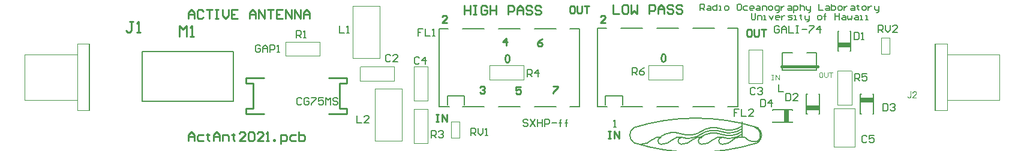
<source format=gto>
G04*
G04 #@! TF.GenerationSoftware,Altium Limited,Altium Designer,21.2.0 (30)*
G04*
G04 Layer_Color=65535*
%FSLAX44Y44*%
%MOMM*%
G71*
G04*
G04 #@! TF.SameCoordinates,58CED176-2650-464E-8F7A-AB9BE6AF2035*
G04*
G04*
G04 #@! TF.FilePolarity,Positive*
G04*
G01*
G75*
%ADD10C,0.1270*%
%ADD11C,0.2032*%
%ADD12C,0.1200*%
%ADD13C,0.1000*%
%ADD14C,0.2540*%
%ADD15C,0.4064*%
%ADD16C,0.2000*%
%ADD17C,0.1524*%
%ADD18R,1.8000X0.7000*%
%ADD19R,0.7000X1.8000*%
G36*
X590766Y140530D02*
X590915Y140512D01*
X591100Y140474D01*
X591285Y140437D01*
X591507Y140382D01*
X591748Y140308D01*
X591970Y140215D01*
X592211Y140123D01*
X592451Y139993D01*
X592692Y139826D01*
X592933Y139660D01*
X593155Y139456D01*
X593359Y139215D01*
X593377Y139197D01*
X593414Y139141D01*
X593470Y139049D01*
X593562Y138919D01*
X593655Y138734D01*
X593766Y138512D01*
X593877Y138271D01*
X593988Y137956D01*
X594099Y137623D01*
X594229Y137234D01*
X594322Y136808D01*
X594414Y136327D01*
X594507Y135808D01*
X594562Y135253D01*
X594599Y134642D01*
X594618Y133975D01*
Y133957D01*
Y133938D01*
Y133883D01*
Y133808D01*
Y133623D01*
X594599Y133383D01*
X594581Y133086D01*
X594544Y132734D01*
X594507Y132364D01*
X594470Y131957D01*
X594396Y131531D01*
X594303Y131087D01*
X594211Y130661D01*
X594081Y130235D01*
X593951Y129809D01*
X593766Y129420D01*
X593581Y129050D01*
X593359Y128735D01*
X593340Y128716D01*
X593303Y128679D01*
X593248Y128605D01*
X593174Y128531D01*
X593063Y128439D01*
X592933Y128328D01*
X592766Y128198D01*
X592600Y128087D01*
X592396Y127957D01*
X592192Y127828D01*
X591951Y127717D01*
X591692Y127624D01*
X591414Y127550D01*
X591100Y127476D01*
X590785Y127439D01*
X590452Y127420D01*
X590378D01*
X590266Y127439D01*
X590137D01*
X589989Y127457D01*
X589804Y127494D01*
X589600Y127531D01*
X589378Y127605D01*
X589137Y127679D01*
X588896Y127772D01*
X588637Y127883D01*
X588396Y128031D01*
X588137Y128179D01*
X587896Y128383D01*
X587656Y128587D01*
X587433Y128846D01*
X587415Y128864D01*
X587378Y128920D01*
X587322Y129013D01*
X587267Y129124D01*
X587174Y129290D01*
X587082Y129494D01*
X586970Y129753D01*
X586878Y130031D01*
X586767Y130364D01*
X586656Y130735D01*
X586563Y131161D01*
X586489Y131623D01*
X586415Y132142D01*
X586359Y132716D01*
X586322Y133327D01*
X586304Y133994D01*
Y134012D01*
Y134031D01*
Y134086D01*
Y134160D01*
Y134345D01*
X586322Y134586D01*
X586341Y134882D01*
X586378Y135234D01*
X586415Y135605D01*
X586452Y136012D01*
X586526Y136438D01*
X586600Y136864D01*
X586711Y137308D01*
X586822Y137734D01*
X586970Y138141D01*
X587137Y138530D01*
X587322Y138900D01*
X587545Y139215D01*
X587563Y139234D01*
X587600Y139271D01*
X587656Y139345D01*
X587748Y139419D01*
X587841Y139530D01*
X587970Y139641D01*
X588137Y139752D01*
X588304Y139882D01*
X588507Y140012D01*
X588711Y140123D01*
X588952Y140234D01*
X589211Y140345D01*
X589489Y140419D01*
X589804Y140493D01*
X590118Y140530D01*
X590452Y140548D01*
X590637D01*
X590766Y140530D01*
D02*
G37*
G36*
X811012Y141533D02*
X811160Y141514D01*
X811345Y141477D01*
X811530Y141440D01*
X811752Y141385D01*
X811993Y141311D01*
X812215Y141218D01*
X812456Y141126D01*
X812697Y140996D01*
X812937Y140829D01*
X813178Y140663D01*
X813400Y140459D01*
X813604Y140218D01*
X813623Y140200D01*
X813660Y140144D01*
X813715Y140052D01*
X813808Y139922D01*
X813900Y139737D01*
X814011Y139515D01*
X814122Y139274D01*
X814234Y138959D01*
X814345Y138626D01*
X814474Y138237D01*
X814567Y137811D01*
X814659Y137330D01*
X814752Y136811D01*
X814808Y136256D01*
X814845Y135645D01*
X814863Y134978D01*
Y134960D01*
Y134941D01*
Y134886D01*
Y134811D01*
Y134626D01*
X814845Y134386D01*
X814826Y134089D01*
X814789Y133737D01*
X814752Y133367D01*
X814715Y132960D01*
X814641Y132534D01*
X814548Y132090D01*
X814456Y131664D01*
X814326Y131238D01*
X814196Y130812D01*
X814011Y130423D01*
X813826Y130053D01*
X813604Y129738D01*
X813586Y129719D01*
X813548Y129682D01*
X813493Y129608D01*
X813419Y129534D01*
X813308Y129442D01*
X813178Y129331D01*
X813011Y129201D01*
X812845Y129090D01*
X812641Y128960D01*
X812437Y128831D01*
X812197Y128720D01*
X811937Y128627D01*
X811660Y128553D01*
X811345Y128479D01*
X811030Y128442D01*
X810697Y128423D01*
X810623D01*
X810512Y128442D01*
X810382D01*
X810234Y128460D01*
X810049Y128497D01*
X809845Y128534D01*
X809623Y128608D01*
X809382Y128682D01*
X809141Y128775D01*
X808882Y128886D01*
X808642Y129034D01*
X808382Y129182D01*
X808142Y129386D01*
X807901Y129590D01*
X807679Y129849D01*
X807660Y129867D01*
X807623Y129923D01*
X807568Y130016D01*
X807512Y130127D01*
X807419Y130293D01*
X807327Y130497D01*
X807216Y130756D01*
X807123Y131034D01*
X807012Y131367D01*
X806901Y131738D01*
X806808Y132164D01*
X806734Y132626D01*
X806660Y133145D01*
X806605Y133719D01*
X806568Y134330D01*
X806549Y134997D01*
Y135015D01*
Y135034D01*
Y135089D01*
Y135163D01*
Y135348D01*
X806568Y135589D01*
X806586Y135885D01*
X806623Y136237D01*
X806660Y136608D01*
X806697Y137015D01*
X806771Y137441D01*
X806845Y137867D01*
X806956Y138311D01*
X807068Y138737D01*
X807216Y139144D01*
X807382Y139533D01*
X807568Y139903D01*
X807790Y140218D01*
X807808Y140237D01*
X807845Y140274D01*
X807901Y140348D01*
X807993Y140422D01*
X808086Y140533D01*
X808216Y140644D01*
X808382Y140755D01*
X808549Y140885D01*
X808753Y141014D01*
X808956Y141126D01*
X809197Y141237D01*
X809456Y141348D01*
X809734Y141422D01*
X810049Y141496D01*
X810364Y141533D01*
X810697Y141552D01*
X810882D01*
X811012Y141533D01*
D02*
G37*
G36*
X1160214Y81287D02*
Y81273D01*
Y81231D01*
Y81174D01*
Y81090D01*
X1160200Y80977D01*
Y80864D01*
X1160172Y80597D01*
X1160144Y80286D01*
X1160088Y79962D01*
X1160003Y79666D01*
X1159904Y79384D01*
Y79370D01*
X1159890Y79356D01*
X1159848Y79271D01*
X1159777Y79159D01*
X1159679Y79004D01*
X1159538Y78849D01*
X1159383Y78679D01*
X1159185Y78510D01*
X1158960Y78369D01*
X1158932Y78355D01*
X1158847Y78313D01*
X1158720Y78256D01*
X1158537Y78200D01*
X1158311Y78130D01*
X1158057Y78073D01*
X1157776Y78031D01*
X1157465Y78017D01*
X1157339D01*
X1157254Y78031D01*
X1157141Y78045D01*
X1157028Y78059D01*
X1156732Y78115D01*
X1156422Y78200D01*
X1156098Y78327D01*
X1155929Y78411D01*
X1155774Y78510D01*
X1155633Y78623D01*
X1155492Y78750D01*
X1155478Y78764D01*
X1155464Y78778D01*
X1155435Y78834D01*
X1155393Y78891D01*
X1155337Y78961D01*
X1155280Y79060D01*
X1155224Y79173D01*
X1155154Y79300D01*
X1155097Y79440D01*
X1155041Y79610D01*
X1154984Y79779D01*
X1154928Y79976D01*
X1154900Y80188D01*
X1154857Y80427D01*
X1154843Y80667D01*
Y80935D01*
X1156013Y81104D01*
Y81090D01*
Y81062D01*
Y81005D01*
X1156028Y80921D01*
X1156042Y80836D01*
Y80737D01*
X1156084Y80498D01*
X1156126Y80244D01*
X1156211Y79990D01*
X1156295Y79765D01*
X1156352Y79666D01*
X1156422Y79581D01*
X1156436Y79567D01*
X1156493Y79525D01*
X1156577Y79455D01*
X1156690Y79384D01*
X1156845Y79300D01*
X1157014Y79243D01*
X1157226Y79187D01*
X1157451Y79173D01*
X1157536D01*
X1157620Y79187D01*
X1157747Y79201D01*
X1157874Y79229D01*
X1158015Y79257D01*
X1158156Y79314D01*
X1158297Y79384D01*
X1158311Y79398D01*
X1158354Y79426D01*
X1158410Y79483D01*
X1158494Y79539D01*
X1158565Y79638D01*
X1158650Y79737D01*
X1158720Y79849D01*
X1158776Y79990D01*
Y80004D01*
X1158805Y80061D01*
X1158819Y80160D01*
X1158847Y80286D01*
X1158875Y80456D01*
X1158889Y80667D01*
X1158917Y80921D01*
Y81217D01*
Y87941D01*
X1160214D01*
Y81287D01*
D02*
G37*
G36*
X1165303Y87969D02*
X1165416Y87955D01*
X1165557Y87941D01*
X1165712Y87913D01*
X1165867Y87885D01*
X1166234Y87786D01*
X1166600Y87645D01*
X1166784Y87560D01*
X1166967Y87462D01*
X1167136Y87335D01*
X1167291Y87194D01*
X1167305Y87180D01*
X1167333Y87166D01*
X1167362Y87109D01*
X1167418Y87053D01*
X1167488Y86982D01*
X1167559Y86884D01*
X1167629Y86785D01*
X1167714Y86658D01*
X1167855Y86390D01*
X1167996Y86052D01*
X1168052Y85883D01*
X1168081Y85686D01*
X1168109Y85488D01*
X1168123Y85277D01*
Y85248D01*
Y85178D01*
X1168109Y85065D01*
X1168095Y84910D01*
X1168066Y84741D01*
X1168010Y84544D01*
X1167954Y84332D01*
X1167869Y84121D01*
X1167855Y84093D01*
X1167827Y84022D01*
X1167770Y83909D01*
X1167686Y83754D01*
X1167573Y83585D01*
X1167432Y83374D01*
X1167263Y83162D01*
X1167066Y82922D01*
X1167037Y82894D01*
X1166967Y82810D01*
X1166896Y82739D01*
X1166826Y82669D01*
X1166741Y82584D01*
X1166628Y82471D01*
X1166516Y82359D01*
X1166375Y82232D01*
X1166234Y82091D01*
X1166065Y81936D01*
X1165881Y81781D01*
X1165684Y81597D01*
X1165458Y81414D01*
X1165233Y81217D01*
X1165219Y81203D01*
X1165191Y81174D01*
X1165134Y81132D01*
X1165064Y81076D01*
X1164979Y80991D01*
X1164880Y80907D01*
X1164655Y80723D01*
X1164415Y80512D01*
X1164190Y80300D01*
X1163992Y80117D01*
X1163908Y80047D01*
X1163837Y79976D01*
X1163823Y79962D01*
X1163781Y79920D01*
X1163725Y79863D01*
X1163654Y79779D01*
X1163584Y79680D01*
X1163499Y79581D01*
X1163330Y79342D01*
X1168137D01*
Y78186D01*
X1161666D01*
Y78200D01*
Y78256D01*
Y78341D01*
X1161680Y78454D01*
X1161694Y78581D01*
X1161723Y78722D01*
X1161751Y78863D01*
X1161807Y79018D01*
Y79032D01*
X1161821Y79046D01*
X1161850Y79130D01*
X1161906Y79257D01*
X1161991Y79426D01*
X1162103Y79624D01*
X1162244Y79849D01*
X1162399Y80075D01*
X1162597Y80315D01*
Y80329D01*
X1162625Y80343D01*
X1162695Y80427D01*
X1162822Y80554D01*
X1163006Y80737D01*
X1163217Y80949D01*
X1163485Y81203D01*
X1163809Y81485D01*
X1164162Y81781D01*
X1164176Y81795D01*
X1164232Y81837D01*
X1164317Y81908D01*
X1164415Y81992D01*
X1164542Y82105D01*
X1164697Y82232D01*
X1164852Y82373D01*
X1165035Y82528D01*
X1165388Y82866D01*
X1165740Y83204D01*
X1165910Y83374D01*
X1166065Y83543D01*
X1166206Y83698D01*
X1166318Y83853D01*
Y83867D01*
X1166347Y83881D01*
X1166375Y83923D01*
X1166403Y83980D01*
X1166502Y84135D01*
X1166614Y84318D01*
X1166713Y84544D01*
X1166812Y84783D01*
X1166868Y85051D01*
X1166896Y85305D01*
Y85319D01*
Y85333D01*
X1166882Y85418D01*
X1166868Y85559D01*
X1166826Y85714D01*
X1166769Y85911D01*
X1166671Y86108D01*
X1166544Y86306D01*
X1166375Y86503D01*
X1166347Y86531D01*
X1166276Y86588D01*
X1166177Y86658D01*
X1166022Y86757D01*
X1165825Y86841D01*
X1165599Y86926D01*
X1165332Y86982D01*
X1165035Y86996D01*
X1164951D01*
X1164894Y86982D01*
X1164725Y86968D01*
X1164528Y86926D01*
X1164317Y86870D01*
X1164077Y86771D01*
X1163851Y86644D01*
X1163640Y86475D01*
X1163612Y86447D01*
X1163555Y86376D01*
X1163471Y86264D01*
X1163386Y86094D01*
X1163288Y85897D01*
X1163203Y85643D01*
X1163147Y85361D01*
X1163118Y85037D01*
X1161892Y85164D01*
Y85178D01*
X1161906Y85220D01*
Y85291D01*
X1161920Y85389D01*
X1161948Y85502D01*
X1161976Y85629D01*
X1162019Y85784D01*
X1162061Y85939D01*
X1162174Y86278D01*
X1162343Y86616D01*
X1162442Y86785D01*
X1162569Y86954D01*
X1162695Y87109D01*
X1162836Y87250D01*
X1162850Y87264D01*
X1162879Y87278D01*
X1162921Y87321D01*
X1162991Y87363D01*
X1163076Y87419D01*
X1163175Y87476D01*
X1163288Y87546D01*
X1163428Y87617D01*
X1163584Y87687D01*
X1163753Y87758D01*
X1163936Y87814D01*
X1164133Y87871D01*
X1164345Y87913D01*
X1164570Y87955D01*
X1164810Y87969D01*
X1165064Y87983D01*
X1165205D01*
X1165303Y87969D01*
D02*
G37*
%LPC*%
G36*
X590452Y138512D02*
X590378D01*
X590285Y138493D01*
X590192Y138475D01*
X590063Y138438D01*
X589933Y138382D01*
X589785Y138308D01*
X589655Y138215D01*
X589637Y138197D01*
X589600Y138160D01*
X589544Y138086D01*
X589470Y137993D01*
X589378Y137845D01*
X589304Y137678D01*
X589211Y137456D01*
X589137Y137197D01*
Y137178D01*
X589118Y137160D01*
Y137086D01*
X589100Y137012D01*
X589081Y136901D01*
X589063Y136771D01*
X589044Y136623D01*
X589026Y136438D01*
X588989Y136216D01*
X588970Y135993D01*
X588952Y135716D01*
X588933Y135438D01*
X588915Y135105D01*
Y134771D01*
X588896Y134382D01*
Y133975D01*
Y133957D01*
Y133883D01*
Y133753D01*
Y133605D01*
Y133420D01*
X588915Y133216D01*
Y132975D01*
X588933Y132734D01*
X588952Y132216D01*
X588989Y131698D01*
X589007Y131457D01*
X589044Y131235D01*
X589081Y131031D01*
X589118Y130846D01*
X589137Y130809D01*
X589156Y130716D01*
X589211Y130568D01*
X589267Y130401D01*
X589359Y130216D01*
X589452Y130031D01*
X589563Y129864D01*
X589674Y129735D01*
X589692Y129716D01*
X589729Y129698D01*
X589804Y129642D01*
X589896Y129605D01*
X590007Y129550D01*
X590137Y129494D01*
X590285Y129476D01*
X590452Y129457D01*
X590526D01*
X590618Y129476D01*
X590711Y129494D01*
X590840Y129531D01*
X590970Y129568D01*
X591100Y129642D01*
X591229Y129735D01*
X591248Y129753D01*
X591285Y129790D01*
X591359Y129864D01*
X591433Y129976D01*
X591507Y130105D01*
X591600Y130290D01*
X591692Y130494D01*
X591766Y130753D01*
Y130772D01*
X591785Y130790D01*
Y130864D01*
X591803Y130938D01*
X591822Y131049D01*
X591840Y131179D01*
X591877Y131327D01*
X591896Y131512D01*
X591914Y131716D01*
X591951Y131957D01*
X591970Y132216D01*
X591988Y132512D01*
X592007Y132827D01*
Y133179D01*
X592026Y133568D01*
Y133975D01*
Y133994D01*
Y134068D01*
Y134197D01*
Y134345D01*
Y134531D01*
X592007Y134734D01*
Y134975D01*
X591988Y135216D01*
X591970Y135734D01*
X591933Y136234D01*
X591896Y136475D01*
X591859Y136716D01*
X591822Y136919D01*
X591785Y137086D01*
Y137104D01*
X591766Y137123D01*
X591748Y137215D01*
X591692Y137364D01*
X591637Y137549D01*
X591544Y137734D01*
X591451Y137919D01*
X591340Y138086D01*
X591229Y138215D01*
X591211Y138234D01*
X591174Y138271D01*
X591100Y138308D01*
X591007Y138364D01*
X590896Y138419D01*
X590766Y138475D01*
X590618Y138493D01*
X590452Y138512D01*
D02*
G37*
G36*
X810697Y139515D02*
X810623D01*
X810530Y139496D01*
X810438Y139478D01*
X810308Y139441D01*
X810178Y139385D01*
X810030Y139311D01*
X809901Y139218D01*
X809882Y139200D01*
X809845Y139163D01*
X809790Y139089D01*
X809715Y138996D01*
X809623Y138848D01*
X809549Y138681D01*
X809456Y138459D01*
X809382Y138200D01*
Y138181D01*
X809364Y138163D01*
Y138089D01*
X809345Y138015D01*
X809327Y137904D01*
X809308Y137774D01*
X809290Y137626D01*
X809271Y137441D01*
X809234Y137219D01*
X809216Y136996D01*
X809197Y136719D01*
X809178Y136441D01*
X809160Y136108D01*
Y135774D01*
X809141Y135386D01*
Y134978D01*
Y134960D01*
Y134886D01*
Y134756D01*
Y134608D01*
Y134423D01*
X809160Y134219D01*
Y133978D01*
X809178Y133737D01*
X809197Y133219D01*
X809234Y132701D01*
X809253Y132460D01*
X809290Y132238D01*
X809327Y132034D01*
X809364Y131849D01*
X809382Y131812D01*
X809401Y131719D01*
X809456Y131571D01*
X809512Y131404D01*
X809604Y131219D01*
X809697Y131034D01*
X809808Y130867D01*
X809919Y130738D01*
X809938Y130719D01*
X809975Y130701D01*
X810049Y130645D01*
X810141Y130608D01*
X810253Y130553D01*
X810382Y130497D01*
X810530Y130479D01*
X810697Y130460D01*
X810771D01*
X810863Y130479D01*
X810956Y130497D01*
X811086Y130534D01*
X811215Y130571D01*
X811345Y130645D01*
X811475Y130738D01*
X811493Y130756D01*
X811530Y130793D01*
X811604Y130867D01*
X811678Y130978D01*
X811752Y131108D01*
X811845Y131293D01*
X811937Y131497D01*
X812012Y131756D01*
Y131775D01*
X812030Y131793D01*
Y131867D01*
X812049Y131941D01*
X812067Y132052D01*
X812086Y132182D01*
X812123Y132330D01*
X812141Y132515D01*
X812160Y132719D01*
X812197Y132960D01*
X812215Y133219D01*
X812234Y133515D01*
X812252Y133830D01*
Y134182D01*
X812271Y134571D01*
Y134978D01*
Y134997D01*
Y135071D01*
Y135200D01*
Y135348D01*
Y135534D01*
X812252Y135737D01*
Y135978D01*
X812234Y136219D01*
X812215Y136737D01*
X812178Y137237D01*
X812141Y137478D01*
X812104Y137718D01*
X812067Y137922D01*
X812030Y138089D01*
Y138107D01*
X812012Y138126D01*
X811993Y138218D01*
X811937Y138367D01*
X811882Y138552D01*
X811789Y138737D01*
X811697Y138922D01*
X811586Y139089D01*
X811475Y139218D01*
X811456Y139237D01*
X811419Y139274D01*
X811345Y139311D01*
X811252Y139367D01*
X811141Y139422D01*
X811012Y139478D01*
X810863Y139496D01*
X810697Y139515D01*
D02*
G37*
%LPD*%
D10*
X917722Y23231D02*
G03*
X908544Y19430I0J-12979D01*
G01*
X925917Y22755D02*
G03*
X945930Y18501I12633J10230D01*
G01*
X834350Y23482D02*
G03*
X863860Y27629I10855J29823D01*
G01*
X892255Y34868D02*
G03*
X862745Y30721I-10855J-29823D01*
G01*
X892255Y31058D02*
G03*
X862745Y26911I-10855J-29823D01*
G01*
X892255Y27248D02*
G03*
X862745Y23101I-10855J-29823D01*
G01*
X892135Y23482D02*
G03*
X921645Y27629I10855J29823D01*
G01*
X892135Y34912D02*
G03*
X921645Y39059I10855J29823D01*
G01*
X892135Y31102D02*
G03*
X921645Y35249I10855J29823D01*
G01*
X892135Y27292D02*
G03*
X921645Y31439I10855J29823D01*
G01*
X942921Y16525D02*
G03*
X939016Y37595I-7673J9475D01*
G01*
X893473Y13125D02*
G03*
X909230Y19653I373J21384D01*
G01*
X893338Y22698D02*
G03*
X893338Y13046I0J-4826D01*
G01*
X835934Y22698D02*
G03*
X835934Y13046I0J-4826D01*
G01*
X836069Y13252D02*
G03*
X851826Y19779I373J21384D01*
G01*
X835737Y22789D02*
G03*
X823200Y19430I-3359J-12537D01*
G01*
X807367Y13125D02*
G03*
X823124Y19653I373J21384D01*
G01*
X807486Y22698D02*
G03*
X807486Y13046I0J-4826D01*
G01*
X807162Y22789D02*
G03*
X794625Y19430I-3359J-12537D01*
G01*
X778792Y13125D02*
G03*
X794549Y19653I373J21384D01*
G01*
X864312Y22789D02*
G03*
X851775Y19430I-3359J-12537D01*
G01*
X864509Y22698D02*
G03*
X864509Y13046I0J-4826D01*
G01*
X864517Y13125D02*
G03*
X880274Y19653I373J21384D01*
G01*
X892887Y22789D02*
G03*
X880350Y19430I-3359J-12537D01*
G01*
X835493Y27927D02*
G03*
X865003Y32074I10855J29823D01*
G01*
X835613Y27883D02*
G03*
X806103Y23736I-10855J-29823D01*
G01*
X1012400Y55850D02*
X1013400D01*
X1012400Y83850D02*
X1013400D01*
X1029400Y55850D02*
X1030400D01*
X1029400Y83850D02*
X1030400D01*
Y55850D02*
Y83850D01*
X1012400Y55850D02*
Y83850D01*
X978220Y134620D02*
Y142240D01*
X1026480Y134620D02*
Y142240D01*
X1012510D02*
X1026480D01*
X978220D02*
X992190D01*
X1056850Y144750D02*
X1057850D01*
X1056850Y172750D02*
X1057850D01*
X1073850Y144750D02*
X1074850D01*
X1073850Y172750D02*
X1074850D01*
Y144750D02*
Y172750D01*
X1056850Y144750D02*
Y172750D01*
X992220Y44340D02*
Y45340D01*
X964220Y44340D02*
Y45340D01*
X992220Y61340D02*
Y62340D01*
X964220Y61340D02*
Y62340D01*
X992220D01*
X964220Y44340D02*
X992220D01*
X1105600Y83850D02*
X1106600D01*
X1105600Y55850D02*
X1106600D01*
X1088600Y83850D02*
X1089600D01*
X1088600Y55850D02*
X1089600D01*
X1088600D02*
Y83850D01*
X1106600Y55850D02*
Y83850D01*
X921278Y22825D02*
Y45558D01*
X917595Y22825D02*
X925850D01*
D11*
X769030Y15178D02*
G03*
X942970Y15178I86970J277522D01*
G01*
X768452Y36403D02*
G03*
X768452Y15597I7284J-10403D01*
G01*
X943548D02*
G03*
X943548Y36403I-7284J10403D01*
G01*
X942970Y36822D02*
G03*
X769030Y36822I-86970J-277522D01*
G01*
X1193800Y60960D02*
Y154940D01*
X1026480Y118110D02*
Y142240D01*
X978220Y118110D02*
Y142240D01*
Y118110D02*
X1026480D01*
X505620Y68580D02*
Y81280D01*
X494190Y66040D02*
Y176530D01*
X692310Y66040D02*
Y176530D01*
X529750Y68580D02*
Y81280D01*
X505620D02*
X529750D01*
X494190Y66040D02*
X508160D01*
X494190Y176530D02*
X506890D01*
X678340Y66040D02*
X692310D01*
X678340Y176530D02*
X692310D01*
X628810Y66040D02*
X659290D01*
X578010D02*
X608490D01*
X527210D02*
X557690D01*
X628810Y176530D02*
X659290D01*
X578010D02*
X608490D01*
X527210D02*
X557690D01*
X752900Y69000D02*
Y81700D01*
X915460Y66460D02*
Y176950D01*
X717340Y66460D02*
Y176950D01*
X728770Y69000D02*
Y81700D01*
X750360Y176950D02*
X780840D01*
X801160D02*
X831640D01*
X851960D02*
X882440D01*
X750360Y66460D02*
X780840D01*
X801160D02*
X831640D01*
X851960D02*
X882440D01*
X901490Y176950D02*
X915460D01*
X901490Y66460D02*
X915460D01*
X717340Y176950D02*
X730040D01*
X717340Y66460D02*
X731310D01*
X728770Y81700D02*
X752900D01*
X0Y60960D02*
Y154940D01*
D12*
X565200Y104300D02*
Y124300D01*
Y104300D02*
X612700D01*
X613200Y104800D01*
Y123800D01*
Y124300D01*
X565200D02*
X613200D01*
X277000Y138000D02*
Y158000D01*
Y138000D02*
X324500D01*
X325000Y138500D01*
Y157500D01*
Y158000D01*
X277000D02*
X325000D01*
X523000Y22500D02*
Y45500D01*
X511000Y22500D02*
X523000D01*
X511000D02*
Y45500D01*
X512500D01*
X523000D01*
X372002Y134790D02*
X409747D01*
Y208956D01*
X372002D02*
X409747D01*
X372002Y138852D02*
Y208956D01*
Y134790D02*
Y138852D01*
X1080850Y9340D02*
Y63340D01*
X1050850Y9340D02*
X1080850D01*
X1050850D02*
Y63340D01*
X1080850D01*
X382000Y103000D02*
X430000D01*
X382000D02*
Y103500D01*
Y122500D01*
X382500Y123000D01*
X430000D01*
Y103000D02*
Y123000D01*
X1117950Y140900D02*
Y163900D01*
X1129950D01*
Y140900D02*
Y163900D01*
X1128450Y140900D02*
X1129950D01*
X1117950D02*
X1128450D01*
X1056000Y69000D02*
X1076000D01*
Y116500D01*
X1075500Y117000D02*
X1076000Y116500D01*
X1056500Y117000D02*
X1075500D01*
X1056000D02*
X1056500D01*
X1056000Y69000D02*
Y117000D01*
X930337Y98950D02*
Y146950D01*
X930837D01*
X949837D01*
X950337Y146450D01*
Y98950D02*
Y146450D01*
X930337Y98950D02*
X950337D01*
X789200Y124300D02*
X837200D01*
Y123800D02*
Y124300D01*
Y104800D02*
Y123800D01*
X836700Y104300D02*
X837200Y104800D01*
X789200Y104300D02*
X836700D01*
X789200D02*
Y124300D01*
X458000Y63000D02*
X478000D01*
X458000Y15500D02*
Y63000D01*
Y15500D02*
X458500Y15000D01*
X477500D01*
X478000D01*
Y63000D01*
Y75000D02*
Y123000D01*
X477500Y75000D02*
X478000D01*
X458500D02*
X477500D01*
X458000Y75500D02*
X458500Y75000D01*
X458000Y75500D02*
Y123000D01*
X478000D01*
X440998Y87848D02*
Y91910D01*
Y17744D02*
Y87848D01*
X403253Y17744D02*
X440998D01*
X403253D02*
Y91910D01*
X440998D01*
X963000Y110998D02*
X965333D01*
X964166D01*
Y104000D01*
X963000D01*
X965333D01*
X968831D02*
Y110998D01*
X973497Y104000D01*
Y110998D01*
X1034061Y114948D02*
X1031729D01*
X1030563Y113781D01*
Y109116D01*
X1031729Y107950D01*
X1034061D01*
X1035228Y109116D01*
Y113781D01*
X1034061Y114948D01*
X1037560D02*
Y109116D01*
X1038727Y107950D01*
X1041059D01*
X1042225Y109116D01*
Y114948D01*
X1044558D02*
X1049223D01*
X1046891D01*
Y107950D01*
D13*
X1210800Y75950D02*
X1284800D01*
Y139950D01*
X1210800D02*
X1284800D01*
X1193800Y154940D02*
X1210790D01*
Y60960D02*
Y154940D01*
X1193800Y60960D02*
X1210790D01*
X-16990Y154940D02*
X0D01*
X-16990Y60960D02*
Y154940D01*
Y60960D02*
X0D01*
X-91000Y75950D02*
X-17000D01*
X-91000D02*
Y139950D01*
X-17000D01*
D14*
X221630Y99654D02*
X231790D01*
X221630Y107274D02*
X247030D01*
X221630Y64094D02*
X231790D01*
X221630Y56474D02*
X247030D01*
X353710Y64094D02*
X363870D01*
X338470Y56474D02*
X363870D01*
X353710Y99654D02*
X363870D01*
X338470Y107274D02*
X363870D01*
X231790Y64094D02*
Y99654D01*
X221630D02*
Y107274D01*
Y56474D02*
Y64094D01*
X353710D02*
Y99654D01*
X363870Y56474D02*
Y64094D01*
Y99654D02*
Y107274D01*
X683678Y208739D02*
X680293D01*
X678600Y207046D01*
Y200275D01*
X680293Y198582D01*
X683678D01*
X685371Y200275D01*
Y207046D01*
X683678Y208739D01*
X688756D02*
Y200275D01*
X690449Y198582D01*
X693835D01*
X695528Y200275D01*
Y208739D01*
X698913D02*
X705684D01*
X702299D01*
Y198582D01*
X489540Y55697D02*
X492926D01*
X491233D01*
Y45540D01*
X489540D01*
X492926D01*
X498004D02*
Y55697D01*
X504775Y45540D01*
Y55697D01*
X654600Y95135D02*
X661371D01*
Y93442D01*
X654600Y86671D01*
Y84978D01*
X608911Y93977D02*
X602140D01*
Y88898D01*
X605526Y90591D01*
X607218D01*
X608911Y88898D01*
Y85513D01*
X607218Y83820D01*
X603833D01*
X602140Y85513D01*
X551340Y93554D02*
X553033Y95247D01*
X556418D01*
X558111Y93554D01*
Y91861D01*
X556418Y90168D01*
X554726D01*
X556418D01*
X558111Y88476D01*
Y86783D01*
X556418Y85090D01*
X553033D01*
X551340Y86783D01*
X639391Y162299D02*
X636005Y160606D01*
X632620Y157221D01*
Y153835D01*
X634312Y152142D01*
X637698D01*
X639391Y153835D01*
Y155528D01*
X637698Y157221D01*
X632620D01*
X588241Y152447D02*
Y162604D01*
X583162Y157526D01*
X589934D01*
X504854Y185253D02*
X498083D01*
X504854Y192024D01*
Y193717D01*
X503161Y195410D01*
X499775D01*
X498083Y193717D01*
X126843Y165382D02*
Y180618D01*
X131922Y175539D01*
X137000Y180618D01*
Y165382D01*
X142078D02*
X147157D01*
X144618D01*
Y180618D01*
X142078Y178078D01*
X728615Y184500D02*
X721844D01*
X728615Y191271D01*
Y192964D01*
X726922Y194657D01*
X723537D01*
X721844Y192964D01*
X732540Y31697D02*
X735926D01*
X734233D01*
Y21540D01*
X732540D01*
X735926D01*
X741004D02*
Y31697D01*
X747775Y21540D01*
Y31697D01*
X933618Y175697D02*
X930233D01*
X928540Y174004D01*
Y167233D01*
X930233Y165540D01*
X933618D01*
X935311Y167233D01*
Y174004D01*
X933618Y175697D01*
X938697D02*
Y167233D01*
X940389Y165540D01*
X943775D01*
X945468Y167233D01*
Y175697D01*
X948853D02*
X955625D01*
X952239D01*
Y165540D01*
X62000Y186618D02*
X56922D01*
X59461D01*
Y173922D01*
X56922Y171383D01*
X54383D01*
X51843Y173922D01*
X67078Y171383D02*
X72157D01*
X69618D01*
Y186618D01*
X67078Y184078D01*
X139540Y17772D02*
Y26236D01*
X143772Y30468D01*
X148004Y26236D01*
Y17772D01*
Y24120D01*
X139540D01*
X160700Y26236D02*
X154352D01*
X152236Y24120D01*
Y19888D01*
X154352Y17772D01*
X160700D01*
X167048Y28352D02*
Y26236D01*
X164932D01*
X169164D01*
X167048D01*
Y19888D01*
X169164Y17772D01*
X175512D02*
Y26236D01*
X179744Y30468D01*
X183976Y26236D01*
Y17772D01*
Y24120D01*
X175512D01*
X188208Y17772D02*
Y26236D01*
X194555D01*
X196672Y24120D01*
Y17772D01*
X203019Y28352D02*
Y26236D01*
X200903D01*
X205135D01*
X203019D01*
Y19888D01*
X205135Y17772D01*
X219947D02*
X211483D01*
X219947Y26236D01*
Y28352D01*
X217831Y30468D01*
X213599D01*
X211483Y28352D01*
X224179D02*
X226295Y30468D01*
X230527D01*
X232643Y28352D01*
Y19888D01*
X230527Y17772D01*
X226295D01*
X224179Y19888D01*
Y28352D01*
X245339Y17772D02*
X236875D01*
X245339Y26236D01*
Y28352D01*
X243223Y30468D01*
X238991D01*
X236875Y28352D01*
X249571Y17772D02*
X253803D01*
X251687D01*
Y30468D01*
X249571Y28352D01*
X260151Y17772D02*
Y19888D01*
X262267D01*
Y17772D01*
X260151D01*
X270731Y13540D02*
Y26236D01*
X277079D01*
X279195Y24120D01*
Y19888D01*
X277079Y17772D01*
X270731D01*
X291891Y26236D02*
X285543D01*
X283427Y24120D01*
Y19888D01*
X285543Y17772D01*
X291891D01*
X296123Y30468D02*
Y17772D01*
X302471D01*
X304587Y19888D01*
Y22004D01*
Y24120D01*
X302471Y26236D01*
X296123D01*
X139700Y190500D02*
Y198964D01*
X143932Y203196D01*
X148164Y198964D01*
Y190500D01*
Y196848D01*
X139700D01*
X160860Y201080D02*
X158744Y203196D01*
X154512D01*
X152396Y201080D01*
Y192616D01*
X154512Y190500D01*
X158744D01*
X160860Y192616D01*
X165092Y203196D02*
X173556D01*
X169324D01*
Y190500D01*
X177788Y203196D02*
X182020D01*
X179904D01*
Y190500D01*
X177788D01*
X182020D01*
X188368Y203196D02*
Y194732D01*
X192600Y190500D01*
X196831Y194732D01*
Y203196D01*
X209527D02*
X201063D01*
Y190500D01*
X209527D01*
X201063Y196848D02*
X205295D01*
X226455Y190500D02*
Y198964D01*
X230687Y203196D01*
X234919Y198964D01*
Y190500D01*
Y196848D01*
X226455D01*
X239151Y190500D02*
Y203196D01*
X247615Y190500D01*
Y203196D01*
X251847D02*
X260311D01*
X256079D01*
Y190500D01*
X273007Y203196D02*
X264543D01*
Y190500D01*
X273007D01*
X264543Y196848D02*
X268775D01*
X277239Y190500D02*
Y203196D01*
X285703Y190500D01*
Y203196D01*
X289935Y190500D02*
Y203196D01*
X298399Y190500D01*
Y203196D01*
X302631Y190500D02*
Y198964D01*
X306863Y203196D01*
X311094Y198964D01*
Y190500D01*
Y196848D01*
X302631D01*
X529540Y209236D02*
Y196540D01*
Y202888D01*
X538004D01*
Y209236D01*
Y196540D01*
X542236Y209236D02*
X546468D01*
X544352D01*
Y196540D01*
X542236D01*
X546468D01*
X561280Y207120D02*
X559164Y209236D01*
X554932D01*
X552816Y207120D01*
Y198656D01*
X554932Y196540D01*
X559164D01*
X561280Y198656D01*
Y202888D01*
X557048D01*
X565512Y209236D02*
Y196540D01*
Y202888D01*
X573976D01*
Y209236D01*
Y196540D01*
X590903D02*
Y209236D01*
X597251D01*
X599367Y207120D01*
Y202888D01*
X597251Y200772D01*
X590903D01*
X603599Y196540D02*
Y205004D01*
X607831Y209236D01*
X612063Y205004D01*
Y196540D01*
Y202888D01*
X603599D01*
X624759Y207120D02*
X622643Y209236D01*
X618411D01*
X616295Y207120D01*
Y205004D01*
X618411Y202888D01*
X622643D01*
X624759Y200772D01*
Y198656D01*
X622643Y196540D01*
X618411D01*
X616295Y198656D01*
X637455Y207120D02*
X635339Y209236D01*
X631107D01*
X628991Y207120D01*
Y205004D01*
X631107Y202888D01*
X635339D01*
X637455Y200772D01*
Y198656D01*
X635339Y196540D01*
X631107D01*
X628991Y198656D01*
X739443Y210270D02*
Y197574D01*
X747907D01*
X758487Y210270D02*
X754255D01*
X752139Y208154D01*
Y199690D01*
X754255Y197574D01*
X758487D01*
X760603Y199690D01*
Y208154D01*
X758487Y210270D01*
X764835D02*
Y197574D01*
X769066Y201806D01*
X773298Y197574D01*
Y210270D01*
X790226Y197574D02*
Y210270D01*
X796574D01*
X798690Y208154D01*
Y203922D01*
X796574Y201806D01*
X790226D01*
X802922Y197574D02*
Y206038D01*
X807154Y210270D01*
X811386Y206038D01*
Y197574D01*
Y203922D01*
X802922D01*
X824082Y208154D02*
X821966Y210270D01*
X817734D01*
X815618Y208154D01*
Y206038D01*
X817734Y203922D01*
X821966D01*
X824082Y201806D01*
Y199690D01*
X821966Y197574D01*
X817734D01*
X815618Y199690D01*
X836778Y208154D02*
X834662Y210270D01*
X830430D01*
X828314Y208154D01*
Y206038D01*
X830430Y203922D01*
X834662D01*
X836778Y201806D01*
Y199690D01*
X834662Y197574D01*
X830430D01*
X828314Y199690D01*
D15*
X976950Y123190D02*
X1027750D01*
D16*
X74600Y144000D02*
X203400D01*
Y74000D02*
Y144000D01*
X74600Y74000D02*
X203400D01*
X74600D02*
Y144000D01*
D17*
X618524Y108524D02*
Y118681D01*
X623602D01*
X625295Y116988D01*
Y113602D01*
X623602Y111910D01*
X618524D01*
X621910D02*
X625295Y108524D01*
X633759D02*
Y118681D01*
X628681Y113602D01*
X635452D01*
X983524Y84681D02*
Y74524D01*
X988602D01*
X990295Y76217D01*
Y82988D01*
X988602Y84681D01*
X983524D01*
X1000452Y74524D02*
X993681D01*
X1000452Y81295D01*
Y82988D01*
X998759Y84681D01*
X995374D01*
X993681Y82988D01*
X300295Y76988D02*
X298602Y78681D01*
X295217D01*
X293524Y76988D01*
Y70217D01*
X295217Y68524D01*
X298602D01*
X300295Y70217D01*
X310452Y76988D02*
X308759Y78681D01*
X305373D01*
X303681Y76988D01*
Y70217D01*
X305373Y68524D01*
X308759D01*
X310452Y70217D01*
Y73602D01*
X307066D01*
X313837Y78681D02*
X320609D01*
Y76988D01*
X313837Y70217D01*
Y68524D01*
X330765Y78681D02*
X323994D01*
Y73602D01*
X327380Y75295D01*
X329072D01*
X330765Y73602D01*
Y70217D01*
X329072Y68524D01*
X325687D01*
X323994Y70217D01*
X334151Y68524D02*
Y78681D01*
X337537Y75295D01*
X340922Y78681D01*
Y68524D01*
X351079Y76988D02*
X349386Y78681D01*
X346000D01*
X344308Y76988D01*
Y75295D01*
X346000Y73602D01*
X349386D01*
X351079Y71910D01*
Y70217D01*
X349386Y68524D01*
X346000D01*
X344308Y70217D01*
X241295Y151988D02*
X239602Y153681D01*
X236217D01*
X234524Y151988D01*
Y145217D01*
X236217Y143524D01*
X239602D01*
X241295Y145217D01*
Y148602D01*
X237910D01*
X244681Y143524D02*
Y150295D01*
X248066Y153681D01*
X251452Y150295D01*
Y143524D01*
Y148602D01*
X244681D01*
X254837Y143524D02*
Y153681D01*
X259916D01*
X261609Y151988D01*
Y148602D01*
X259916Y146910D01*
X254837D01*
X264994Y143524D02*
X268380D01*
X266687D01*
Y153681D01*
X264994Y151988D01*
X292524Y163524D02*
Y173681D01*
X297602D01*
X299295Y171988D01*
Y168602D01*
X297602Y166910D01*
X292524D01*
X295910D02*
X299295Y163524D01*
X302681D02*
X306066D01*
X304373D01*
Y173681D01*
X302681Y171988D01*
X538524Y25524D02*
Y35681D01*
X543602D01*
X545295Y33988D01*
Y30602D01*
X543602Y28910D01*
X538524D01*
X541910D02*
X545295Y25524D01*
X548681Y35681D02*
Y28910D01*
X552066Y25524D01*
X555452Y28910D01*
Y35681D01*
X558837Y25524D02*
X562223D01*
X560530D01*
Y35681D01*
X558837Y33988D01*
X353524Y180381D02*
Y170224D01*
X360295D01*
X363681D02*
X367066D01*
X365373D01*
Y180381D01*
X363681Y178688D01*
X973561Y178644D02*
X971868Y180337D01*
X968483D01*
X966790Y178644D01*
Y171873D01*
X968483Y170180D01*
X971868D01*
X973561Y171873D01*
Y175258D01*
X970176D01*
X976947Y170180D02*
Y176951D01*
X980332Y180337D01*
X983718Y176951D01*
Y170180D01*
Y175258D01*
X976947D01*
X987103Y180337D02*
Y170180D01*
X993875D01*
X997260Y180337D02*
X1000646D01*
X998953D01*
Y170180D01*
X997260D01*
X1000646D01*
X1005724Y175258D02*
X1012495D01*
X1015881Y180337D02*
X1022652D01*
Y178644D01*
X1015881Y171873D01*
Y170180D01*
X1031116D02*
Y180337D01*
X1026038Y175258D01*
X1032809D01*
X973140Y97787D02*
Y87630D01*
X979911D01*
X619071Y46564D02*
X617378Y48257D01*
X613993D01*
X612300Y46564D01*
Y44871D01*
X613993Y43178D01*
X617378D01*
X619071Y41486D01*
Y39793D01*
X617378Y38100D01*
X613993D01*
X612300Y39793D01*
X622457Y48257D02*
X629228Y38100D01*
Y48257D02*
X622457Y38100D01*
X632613Y48257D02*
Y38100D01*
Y43178D01*
X639385D01*
Y48257D01*
Y38100D01*
X642770D02*
Y48257D01*
X647849D01*
X649541Y46564D01*
Y43178D01*
X647849Y41486D01*
X642770D01*
X652927Y43178D02*
X659698D01*
X664776Y38100D02*
Y46564D01*
Y43178D01*
X663084D01*
X666469D01*
X664776D01*
Y46564D01*
X666469Y48257D01*
X673240Y38100D02*
Y46564D01*
Y43178D01*
X671548D01*
X674933D01*
X673240D01*
Y46564D01*
X674933Y48257D01*
X471295Y176681D02*
X464524D01*
Y171602D01*
X467910D01*
X464524D01*
Y166524D01*
X474681Y176681D02*
Y166524D01*
X481452D01*
X484837D02*
X488223D01*
X486530D01*
Y176681D01*
X484837Y174988D01*
X1097295Y23988D02*
X1095602Y25681D01*
X1092217D01*
X1090524Y23988D01*
Y17217D01*
X1092217Y15524D01*
X1095602D01*
X1097295Y17217D01*
X1107452Y25681D02*
X1100681D01*
Y20602D01*
X1104066Y22295D01*
X1105759D01*
X1107452Y20602D01*
Y17217D01*
X1105759Y15524D01*
X1102374D01*
X1100681Y17217D01*
X425295Y137988D02*
X423602Y139681D01*
X420217D01*
X418524Y137988D01*
Y131217D01*
X420217Y129524D01*
X423602D01*
X425295Y131217D01*
X435452Y129524D02*
X428681D01*
X435452Y136295D01*
Y137988D01*
X433759Y139681D01*
X430373D01*
X428681Y137988D01*
X1113524Y171524D02*
Y181681D01*
X1118602D01*
X1120295Y179988D01*
Y176602D01*
X1118602Y174910D01*
X1113524D01*
X1116910D02*
X1120295Y171524D01*
X1123681Y181681D02*
Y174910D01*
X1127066Y171524D01*
X1130452Y174910D01*
Y181681D01*
X1140609Y171524D02*
X1133838D01*
X1140609Y178295D01*
Y179988D01*
X1138916Y181681D01*
X1135530D01*
X1133838Y179988D01*
X1079524Y171681D02*
Y161524D01*
X1084602D01*
X1086295Y163217D01*
Y169988D01*
X1084602Y171681D01*
X1079524D01*
X1089681Y161524D02*
X1093066D01*
X1091374D01*
Y171681D01*
X1089681Y169988D01*
X947524Y76681D02*
Y66524D01*
X952602D01*
X954295Y68217D01*
Y74988D01*
X952602Y76681D01*
X947524D01*
X962759Y66524D02*
Y76681D01*
X957681Y71602D01*
X964452D01*
X1120524Y70681D02*
Y60524D01*
X1125602D01*
X1127295Y62217D01*
Y68988D01*
X1125602Y70681D01*
X1120524D01*
X1130681Y68988D02*
X1132374Y70681D01*
X1135759D01*
X1137452Y68988D01*
Y67295D01*
X1135759Y65602D01*
X1134066D01*
X1135759D01*
X1137452Y63910D01*
Y62217D01*
X1135759Y60524D01*
X1132374D01*
X1130681Y62217D01*
X1080524Y102524D02*
Y112681D01*
X1085602D01*
X1087295Y110988D01*
Y107602D01*
X1085602Y105910D01*
X1080524D01*
X1083910D02*
X1087295Y102524D01*
X1097452Y112681D02*
X1090681D01*
Y107602D01*
X1094066Y109295D01*
X1095759D01*
X1097452Y107602D01*
Y104217D01*
X1095759Y102524D01*
X1092374D01*
X1090681Y104217D01*
X940295Y91988D02*
X938602Y93681D01*
X935217D01*
X933524Y91988D01*
Y85217D01*
X935217Y83524D01*
X938602D01*
X940295Y85217D01*
X943681Y91988D02*
X945374Y93681D01*
X948759D01*
X950452Y91988D01*
Y90295D01*
X948759Y88602D01*
X947066D01*
X948759D01*
X950452Y86910D01*
Y85217D01*
X948759Y83524D01*
X945374D01*
X943681Y85217D01*
X766083Y111079D02*
Y121236D01*
X771161D01*
X772854Y119543D01*
Y116157D01*
X771161Y114464D01*
X766083D01*
X769469D02*
X772854Y111079D01*
X783011Y121236D02*
X779625Y119543D01*
X776240Y116157D01*
Y112772D01*
X777933Y111079D01*
X781318D01*
X783011Y112772D01*
Y114464D01*
X781318Y116157D01*
X776240D01*
X917295Y62681D02*
X910524D01*
Y57602D01*
X913910D01*
X910524D01*
Y52524D01*
X920681Y62681D02*
Y52524D01*
X927452D01*
X937609D02*
X930837D01*
X937609Y59295D01*
Y60988D01*
X935916Y62681D01*
X932530D01*
X930837Y60988D01*
X740524Y37524D02*
X743910D01*
X742217D01*
Y47681D01*
X740524Y45988D01*
X482524Y22524D02*
Y32681D01*
X487602D01*
X489295Y30988D01*
Y27602D01*
X487602Y25910D01*
X482524D01*
X485910D02*
X489295Y22524D01*
X492681Y30988D02*
X494374Y32681D01*
X497759D01*
X499452Y30988D01*
Y29295D01*
X497759Y27602D01*
X496066D01*
X497759D01*
X499452Y25910D01*
Y24217D01*
X497759Y22524D01*
X494374D01*
X492681Y24217D01*
X466295Y134988D02*
X464602Y136681D01*
X461217D01*
X459524Y134988D01*
Y128217D01*
X461217Y126524D01*
X464602D01*
X466295Y128217D01*
X474759Y126524D02*
Y136681D01*
X469681Y131602D01*
X476452D01*
X377895Y53364D02*
Y43207D01*
X384666D01*
X394823D02*
X388051D01*
X394823Y49978D01*
Y51671D01*
X393130Y53364D01*
X389744D01*
X388051Y51671D01*
X934524Y198374D02*
Y190968D01*
X936005Y189486D01*
X938968D01*
X940449Y190968D01*
Y198374D01*
X943411Y189486D02*
Y195411D01*
X947855D01*
X949336Y193930D01*
Y189486D01*
X952298D02*
X955261D01*
X953779D01*
Y195411D01*
X952298D01*
X959704D02*
X962667Y189486D01*
X965629Y195411D01*
X973035Y189486D02*
X970072D01*
X968591Y190968D01*
Y193930D01*
X970072Y195411D01*
X973035D01*
X974516Y193930D01*
Y192449D01*
X968591D01*
X977478Y195411D02*
Y189486D01*
Y192449D01*
X978960Y193930D01*
X980441Y195411D01*
X981922D01*
X986366Y189486D02*
X990809D01*
X992290Y190968D01*
X990809Y192449D01*
X987847D01*
X986366Y193930D01*
X987847Y195411D01*
X992290D01*
X995253Y189486D02*
X998215D01*
X996734D01*
Y195411D01*
X995253D01*
X1004140Y196892D02*
Y195411D01*
X1002659D01*
X1005621D01*
X1004140D01*
Y190968D01*
X1005621Y189486D01*
X1010065Y195411D02*
Y190968D01*
X1011546Y189486D01*
X1015989D01*
Y188005D01*
X1014508Y186524D01*
X1013027D01*
X1015989Y189486D02*
Y195411D01*
X1029320Y189486D02*
X1032282D01*
X1033764Y190968D01*
Y193930D01*
X1032282Y195411D01*
X1029320D01*
X1027839Y193930D01*
Y190968D01*
X1029320Y189486D01*
X1038207D02*
Y196892D01*
Y193930D01*
X1036726D01*
X1039688D01*
X1038207D01*
Y196892D01*
X1039688Y198374D01*
X1053019D02*
Y189486D01*
Y193930D01*
X1058944D01*
Y198374D01*
Y189486D01*
X1063387Y195411D02*
X1066350D01*
X1067831Y193930D01*
Y189486D01*
X1063387D01*
X1061906Y190968D01*
X1063387Y192449D01*
X1067831D01*
X1070793Y195411D02*
Y190968D01*
X1072274Y189486D01*
X1073756Y190968D01*
X1075237Y189486D01*
X1076718Y190968D01*
Y195411D01*
X1081162D02*
X1084124D01*
X1085605Y193930D01*
Y189486D01*
X1081162D01*
X1079680Y190968D01*
X1081162Y192449D01*
X1085605D01*
X1088568Y189486D02*
X1091530D01*
X1090049D01*
Y195411D01*
X1088568D01*
X1095973Y189486D02*
X1098936D01*
X1097455D01*
Y195411D01*
X1095973D01*
X862524Y202486D02*
Y211374D01*
X866968D01*
X868449Y209892D01*
Y206930D01*
X866968Y205449D01*
X862524D01*
X865486D02*
X868449Y202486D01*
X872892Y208411D02*
X875855D01*
X877336Y206930D01*
Y202486D01*
X872892D01*
X871411Y203968D01*
X872892Y205449D01*
X877336D01*
X886223Y211374D02*
Y202486D01*
X881779D01*
X880298Y203968D01*
Y206930D01*
X881779Y208411D01*
X886223D01*
X889185Y202486D02*
X892148D01*
X890667D01*
Y208411D01*
X889185D01*
X898073Y202486D02*
X901035D01*
X902516Y203968D01*
Y206930D01*
X901035Y208411D01*
X898073D01*
X896591Y206930D01*
Y203968D01*
X898073Y202486D01*
X918809Y211374D02*
X915847D01*
X914366Y209892D01*
Y203968D01*
X915847Y202486D01*
X918809D01*
X920290Y203968D01*
Y209892D01*
X918809Y211374D01*
X929177Y208411D02*
X924734D01*
X923253Y206930D01*
Y203968D01*
X924734Y202486D01*
X929177D01*
X936583D02*
X933621D01*
X932140Y203968D01*
Y206930D01*
X933621Y208411D01*
X936583D01*
X938065Y206930D01*
Y205449D01*
X932140D01*
X942508Y208411D02*
X945471D01*
X946952Y206930D01*
Y202486D01*
X942508D01*
X941027Y203968D01*
X942508Y205449D01*
X946952D01*
X949914Y202486D02*
Y208411D01*
X954358D01*
X955839Y206930D01*
Y202486D01*
X960282D02*
X963245D01*
X964726Y203968D01*
Y206930D01*
X963245Y208411D01*
X960282D01*
X958801Y206930D01*
Y203968D01*
X960282Y202486D01*
X970651Y199524D02*
X972132D01*
X973613Y201005D01*
Y208411D01*
X969169D01*
X967688Y206930D01*
Y203968D01*
X969169Y202486D01*
X973613D01*
X976575Y208411D02*
Y202486D01*
Y205449D01*
X978057Y206930D01*
X979538Y208411D01*
X981019D01*
X986944D02*
X989906D01*
X991387Y206930D01*
Y202486D01*
X986944D01*
X985463Y203968D01*
X986944Y205449D01*
X991387D01*
X994350Y199524D02*
Y208411D01*
X998793D01*
X1000275Y206930D01*
Y203968D01*
X998793Y202486D01*
X994350D01*
X1003237Y211374D02*
Y202486D01*
Y206930D01*
X1004718Y208411D01*
X1007680D01*
X1009162Y206930D01*
Y202486D01*
X1012124Y208411D02*
Y203968D01*
X1013605Y202486D01*
X1018049D01*
Y201005D01*
X1016568Y199524D01*
X1015086D01*
X1018049Y202486D02*
Y208411D01*
X1029898Y211374D02*
Y202486D01*
X1035823D01*
X1040267Y208411D02*
X1043229D01*
X1044710Y206930D01*
Y202486D01*
X1040267D01*
X1038785Y203968D01*
X1040267Y205449D01*
X1044710D01*
X1047673Y211374D02*
Y202486D01*
X1052116D01*
X1053597Y203968D01*
Y205449D01*
Y206930D01*
X1052116Y208411D01*
X1047673D01*
X1058041Y202486D02*
X1061003D01*
X1062484Y203968D01*
Y206930D01*
X1061003Y208411D01*
X1058041D01*
X1056560Y206930D01*
Y203968D01*
X1058041Y202486D01*
X1065447Y208411D02*
Y202486D01*
Y205449D01*
X1066928Y206930D01*
X1068409Y208411D01*
X1069890D01*
X1075815D02*
X1078777D01*
X1080259Y206930D01*
Y202486D01*
X1075815D01*
X1074334Y203968D01*
X1075815Y205449D01*
X1080259D01*
X1084702Y209892D02*
Y208411D01*
X1083221D01*
X1086183D01*
X1084702D01*
Y203968D01*
X1086183Y202486D01*
X1092108D02*
X1095070D01*
X1096552Y203968D01*
Y206930D01*
X1095070Y208411D01*
X1092108D01*
X1090627Y206930D01*
Y203968D01*
X1092108Y202486D01*
X1099514Y208411D02*
Y202486D01*
Y205449D01*
X1100995Y206930D01*
X1102477Y208411D01*
X1103958D01*
X1108401D02*
Y203968D01*
X1109882Y202486D01*
X1114326D01*
Y201005D01*
X1112845Y199524D01*
X1111364D01*
X1114326Y202486D02*
Y208411D01*
D18*
X1021400Y64350D02*
D03*
X1065850Y153250D02*
D03*
X1097600Y75350D02*
D03*
D19*
X983720Y53340D02*
D03*
M02*

</source>
